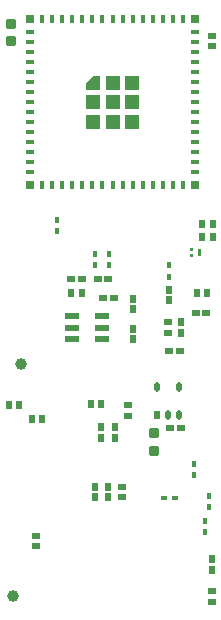
<source format=gbr>
%TF.GenerationSoftware,Altium Limited,Altium Designer,24.6.1 (21)*%
G04 Layer_Color=8421504*
%FSLAX45Y45*%
%MOMM*%
%TF.SameCoordinates,189501FC-2F9B-42A0-9727-E85274D5E768*%
%TF.FilePolarity,Positive*%
%TF.FileFunction,Paste,Top*%
%TF.Part,Single*%
G01*
G75*
%TA.AperFunction,SMDPad,CuDef*%
G04:AMPARAMS|DCode=10|XSize=0.91mm|YSize=0.83mm|CornerRadius=0.21995mm|HoleSize=0mm|Usage=FLASHONLY|Rotation=270.000|XOffset=0mm|YOffset=0mm|HoleType=Round|Shape=RoundedRectangle|*
%AMROUNDEDRECTD10*
21,1,0.91000,0.39010,0,0,270.0*
21,1,0.47010,0.83000,0,0,270.0*
1,1,0.43990,-0.19505,-0.23505*
1,1,0.43990,-0.19505,0.23505*
1,1,0.43990,0.19505,0.23505*
1,1,0.43990,0.19505,-0.23505*
%
%ADD10ROUNDEDRECTD10*%
%ADD11R,0.60000X0.70000*%
G04:AMPARAMS|DCode=12|XSize=1.21mm|YSize=0.59mm|CornerRadius=0.07375mm|HoleSize=0mm|Usage=FLASHONLY|Rotation=0.000|XOffset=0mm|YOffset=0mm|HoleType=Round|Shape=RoundedRectangle|*
%AMROUNDEDRECTD12*
21,1,1.21000,0.44250,0,0,0.0*
21,1,1.06250,0.59000,0,0,0.0*
1,1,0.14750,0.53125,-0.22125*
1,1,0.14750,-0.53125,-0.22125*
1,1,0.14750,-0.53125,0.22125*
1,1,0.14750,0.53125,0.22125*
%
%ADD12ROUNDEDRECTD12*%
%ADD13O,0.55000X0.80000*%
%ADD14R,0.55000X0.80000*%
%TA.AperFunction,BGAPad,CuDef*%
%ADD15R,1.20000X1.20000*%
%TA.AperFunction,ConnectorPad*%
%ADD17R,0.80000X0.40000*%
%ADD18R,0.40000X0.80000*%
%TA.AperFunction,SMDPad,CuDef*%
%ADD19R,0.80000X0.80000*%
%ADD20R,0.70000X0.60000*%
%ADD21R,0.54000X0.30000*%
%ADD22R,0.30000X0.54000*%
%ADD23R,0.60000X0.64000*%
%ADD24R,0.64000X0.60000*%
%TA.AperFunction,SMDPad,SMDef*%
%ADD27C,1.00000*%
G36*
X819999Y4444999D02*
X699999D01*
Y4504999D01*
X760000Y4564999D01*
X819999Y4565000D01*
Y4444999D01*
D02*
G37*
G36*
X1607500Y3077500D02*
X1577500D01*
Y3102500D01*
X1607500D01*
Y3077500D01*
D02*
G37*
G36*
X1677500Y3037500D02*
X1647500D01*
Y3097500D01*
X1677500D01*
Y3037500D01*
D02*
G37*
G36*
X1607500Y3032500D02*
X1577500D01*
Y3057500D01*
X1607500D01*
Y3032500D01*
D02*
G37*
D10*
X1275000Y1387500D02*
D03*
Y1537500D02*
D03*
X67500Y4855000D02*
D03*
Y5005000D02*
D03*
D11*
X1405000Y2662500D02*
D03*
Y2752500D02*
D03*
X1095000Y2585000D02*
D03*
Y2675000D02*
D03*
Y2422500D02*
D03*
Y2332500D02*
D03*
X1507500Y2477500D02*
D03*
Y2387500D02*
D03*
X1770000Y380000D02*
D03*
Y470000D02*
D03*
X887500Y1085000D02*
D03*
Y995000D02*
D03*
X772500Y1085000D02*
D03*
Y995000D02*
D03*
X945000Y1497500D02*
D03*
Y1587500D02*
D03*
X830000Y1497500D02*
D03*
Y1587500D02*
D03*
D12*
X584000Y2525000D02*
D03*
Y2430000D02*
D03*
Y2335000D02*
D03*
X835000D02*
D03*
Y2430000D02*
D03*
Y2525000D02*
D03*
D13*
X1487500Y1930000D02*
D03*
X1297500D02*
D03*
X1487500Y1690000D02*
D03*
X1392500D02*
D03*
D14*
X1297500D02*
D03*
D15*
X924999Y4339999D02*
D03*
X760000D02*
D03*
X1089999D02*
D03*
Y4505000D02*
D03*
X924999Y4504999D02*
D03*
X759999Y4174999D02*
D03*
X924999D02*
D03*
X1089999D02*
D03*
D17*
X1625000Y4339999D02*
D03*
X224998Y3744999D02*
D03*
X224998Y4935001D02*
D03*
Y4850000D02*
D03*
Y4765000D02*
D03*
X224998Y4680000D02*
D03*
Y4595000D02*
D03*
Y4510000D02*
D03*
Y4425000D02*
D03*
Y4339999D02*
D03*
Y4254999D02*
D03*
Y4170000D02*
D03*
Y4085000D02*
D03*
Y4000000D02*
D03*
Y3915000D02*
D03*
Y3829999D02*
D03*
X1625001Y3744999D02*
D03*
X1625001Y4935001D02*
D03*
Y4850000D02*
D03*
Y4765000D02*
D03*
X1625001Y4680000D02*
D03*
Y4595000D02*
D03*
Y4510000D02*
D03*
Y4425000D02*
D03*
Y4254999D02*
D03*
Y4170000D02*
D03*
Y4085000D02*
D03*
Y4000000D02*
D03*
Y3915000D02*
D03*
Y3829999D02*
D03*
D18*
X924999Y5040000D02*
D03*
Y3639999D02*
D03*
X1520000Y5040001D02*
D03*
X329998Y5040001D02*
D03*
X414998D02*
D03*
X499998D02*
D03*
X584999Y5040001D02*
D03*
X669999D02*
D03*
X754999D02*
D03*
X839999D02*
D03*
X1010000D02*
D03*
X1094999D02*
D03*
X1179999D02*
D03*
X1264999D02*
D03*
X1349999D02*
D03*
X1435000D02*
D03*
X1520000Y3639999D02*
D03*
X329998Y3639999D02*
D03*
X414999D02*
D03*
X499999D02*
D03*
X584999Y3639999D02*
D03*
X669999D02*
D03*
X754999D02*
D03*
X839999D02*
D03*
X1010000D02*
D03*
X1094999D02*
D03*
X1179999D02*
D03*
X1265000D02*
D03*
X1350000D02*
D03*
X1435000D02*
D03*
D19*
X224999Y5040000D02*
D03*
X224999Y3639999D02*
D03*
X1625000Y3639999D02*
D03*
X1625000Y5040000D02*
D03*
D20*
X1630000Y2550000D02*
D03*
X1720000D02*
D03*
X1492500Y2230000D02*
D03*
X1402500D02*
D03*
X935000Y2682500D02*
D03*
X845000D02*
D03*
X1505000Y1577500D02*
D03*
X1415000D02*
D03*
X667500Y2842500D02*
D03*
X577500D02*
D03*
X890000D02*
D03*
X800000D02*
D03*
D21*
X1357000Y987500D02*
D03*
X1453000D02*
D03*
D22*
X1612500Y1278500D02*
D03*
Y1182500D02*
D03*
X1745000Y912000D02*
D03*
Y1008000D02*
D03*
X1705000Y793000D02*
D03*
Y697000D02*
D03*
X1405000Y2862000D02*
D03*
Y2958000D02*
D03*
X457500Y3246500D02*
D03*
Y3342500D02*
D03*
X895000Y3055500D02*
D03*
Y2959500D02*
D03*
X775000Y3055500D02*
D03*
Y2959500D02*
D03*
D23*
X1637000Y2725000D02*
D03*
X1725000D02*
D03*
X665000Y2725000D02*
D03*
X577000D02*
D03*
X1686000Y3197500D02*
D03*
X1774000D02*
D03*
X1686000Y3310000D02*
D03*
X1774000D02*
D03*
X829000Y1780000D02*
D03*
X741000D02*
D03*
X329000Y1657500D02*
D03*
X241000D02*
D03*
X135000Y1772500D02*
D03*
X47000D02*
D03*
D24*
X277500Y670000D02*
D03*
Y582000D02*
D03*
X1765000Y4813500D02*
D03*
Y4901500D02*
D03*
X1392500Y2387500D02*
D03*
Y2475500D02*
D03*
X1005000Y996000D02*
D03*
Y1084000D02*
D03*
X1060000Y1685000D02*
D03*
Y1773000D02*
D03*
X1770000Y110000D02*
D03*
Y198000D02*
D03*
D27*
X80000Y155000D02*
D03*
X152500Y2122500D02*
D03*
%TF.MD5,81416342caa6418d681b9040296701e9*%
M02*

</source>
